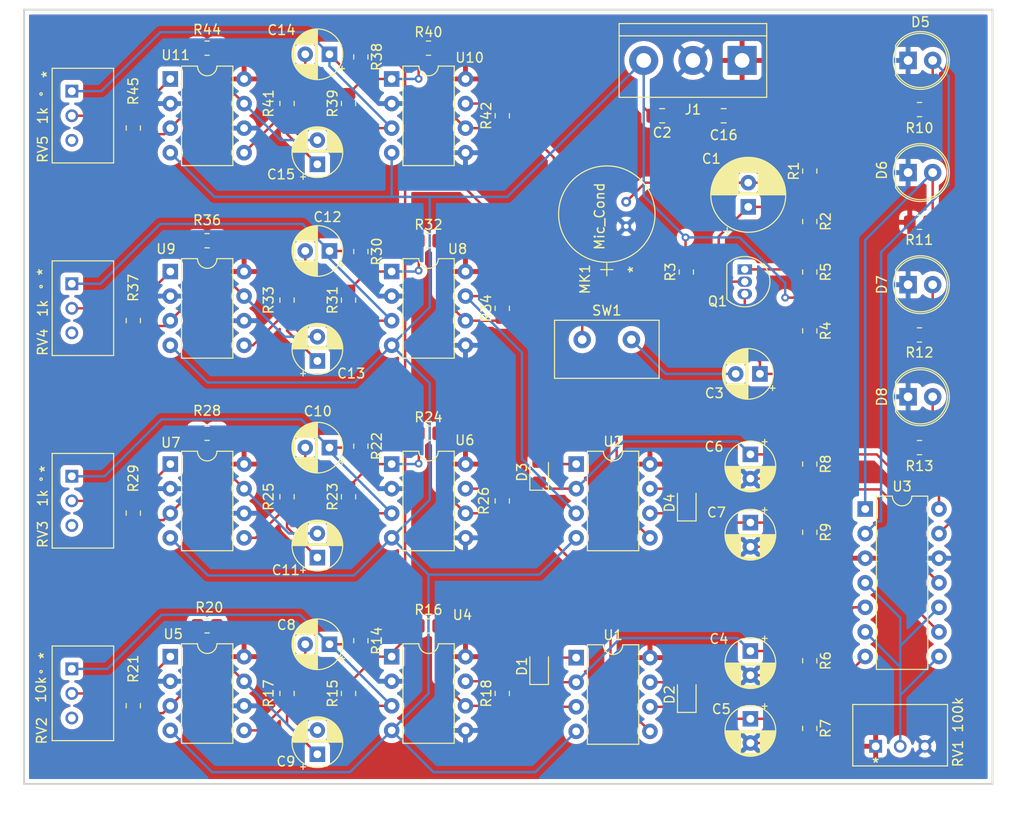
<source format=kicad_pcb>
(kicad_pcb (version 20211014) (generator pcbnew)
  (title_block (title "Accordeur") (date "2022-03-20") (rev "0") (company "Polytechnique Montréal"))
  (layers (0 "F.Cu" signal) (31 "B.Cu" signal) (34 "B.Paste" user) (35 "F.Paste" user) (36 "B.SilkS" user "B.Silkscreen") (37 "F.SilkS" user "F.Silkscreen") (38 "B.Mask" user) (39 "F.Mask" user) (44 "Edge.Cuts" user))
  (net 0 "")
  (net 1 "Net-(C1-Pad1)")
  (net 2 "Net-(C1-Pad2)")
  (net 3 "GND")
  (net 4 "Net-(C3-Pad1)")
  (net 5 "Net-(C3-Pad2)")
  (net 6 "Net-(C4-Pad1)")
  (net 7 "Net-(C5-Pad1)")
  (net 8 "Net-(C6-Pad1)")
  (net 9 "Net-(C7-Pad1)")
  (net 10 "Net-(C8-Pad1)")
  (net 11 "Net-(C8-Pad2)")
  (net 12 "Net-(C9-Pad1)")
  (net 13 "Net-(C9-Pad2)")
  (net 14 "Net-(C10-Pad1)")
  (net 15 "Net-(C10-Pad2)")
  (net 16 "Net-(C11-Pad1)")
  (net 17 "Net-(C11-Pad2)")
  (net 18 "Net-(C12-Pad1)")
  (net 19 "Net-(C12-Pad2)")
  (net 20 "Net-(C13-Pad1)")
  (net 21 "Net-(C13-Pad2)")
  (net 22 "Net-(C14-Pad1)")
  (net 23 "Net-(C14-Pad2)")
  (net 24 "Net-(C15-Pad1)")
  (net 25 "Net-(C15-Pad2)")
  (net 26 "Net-(D1-Pad2)")
  (net 27 "Net-(D2-Pad2)")
  (net 28 "Net-(D3-Pad2)")
  (net 29 "Net-(D4-Pad2)")
  (net 30 "+5V")
  (net 31 "-5V")
  (net 32 "Net-(D5-Pad2)")
  (net 33 "Net-(D6-Pad2)")
  (net 34 "Net-(D7-Pad2)")
  (net 35 "Net-(D8-Pad2)")
  (net 36 "/PB A3/v_sig")
  (net 37 "Net-(R16-Pad2)")
  (net 38 "/PB D3/v_PB_D3")
  (net 39 "Net-(R20-Pad2)")
  (net 40 "Net-(R21-Pad2)")
  (net 41 "Net-(R24-Pad2)")
  (net 42 "/PB A3/v_PB_A3")
  (net 43 "Net-(R28-Pad2)")
  (net 44 "Net-(R29-Pad2)")
  (net 45 "Net-(R32-Pad2)")
  (net 46 "/PB C4/v_PB_C4")
  (net 47 "Net-(R36-Pad2)")
  (net 48 "Net-(R37-Pad2)")
  (net 49 "Net-(R40-Pad2)")
  (net 50 "/PB Fd4/v_PB_Fd4")
  (net 51 "Net-(R44-Pad2)")
  (net 52 "Net-(R45-Pad2)")
  (net 53 "v_ref")
  (net 58 "Net-(Q1-Pad1)")
  (footprint "Capacitor_THT:CP_Radial_D7.5mm_P2.50mm" (layer "F.Cu") (at 144.78 70.376395 90)
    (fp_text reference "C1")
    (fp_text value "470u")
  )
  (footprint "Package_DIP:DIP-8_W7.62mm" (layer "F.Cu") (at 127.01 116.95)
    (fp_text reference "U1")
    (fp_text value "LM358")
  )
  (footprint "Resistor_SMD:R_0805_2012Metric_Pad1.20x1.40mm_HandSolder" (layer "F.Cu") (at 97.155 59.69 -90)
    (fp_text reference "R41")
    (fp_text value "1k")
  )
  (footprint "Resistor_SMD:R_0805_2012Metric_Pad1.20x1.40mm_HandSolder" (layer "F.Cu") (at 81.28 62.23 90)
    (fp_text reference "R45")
    (fp_text value "10k")
  )
  (footprint "Resistor_SMD:R_0805_2012Metric_Pad1.20x1.40mm_HandSolder" (layer "F.Cu") (at 97.155 120.65 -90)
    (fp_text reference "R17")
    (fp_text value "1k")
  )
  (footprint "Resistor_SMD:R_0805_2012Metric_Pad1.20x1.40mm_HandSolder" (layer "F.Cu") (at 88.9 73.871666 180)
    (fp_text reference "R36")
    (fp_text value "10k")
  )
  (footprint "Resistor_SMD:R_0805_2012Metric_Pad1.20x1.40mm_HandSolder" (layer "F.Cu") (at 119.38 100.753332 90)
    (fp_text reference "R26")
    (fp_text value "4,3k")
  )
  (footprint "Capacitor_SMD:C_0805_2012Metric_Pad1.18x1.45mm_HandSolder" (layer "F.Cu") (at 135.89 60.96)
    (fp_text reference "C2")
    (fp_text value "100n")
  )
  (footprint "Capacitor_THT:CP_Radial_D5.0mm_P2.50mm" (layer "F.Cu") (at 145 102.997 -90)
    (fp_text reference "C7")
    (fp_text value "4,7u")
  )
  (footprint "Capacitor_THT:CP_Radial_D5.0mm_P2.50mm" (layer "F.Cu") (at 100.285113 86.295111 90)
    (fp_text reference "C13")
    (fp_text value "1u")
  )
  (footprint "POT:POT_emz_marc" (layer "F.Cu") (at 74.93 98.213332 -90)
    (fp_text reference "RV3")
    (fp_text value "1k")
  )
  (footprint "Capacitor_THT:CP_Radial_D5.0mm_P2.50mm" (layer "F.Cu") (at 100.285113 126.935113 90)
    (fp_text reference "C9")
    (fp_text value "1u")
  )
  (footprint "Diode_SMD:D_0805_2012Metric_Pad1.15x1.40mm_HandSolder" (layer "F.Cu") (at 138.43 100.965 90)
    (fp_text reference "D4")
    (fp_text value "D")
  )
  (footprint "Package_DIP:DIP-8_W7.62mm" (layer "F.Cu") (at 85.1 77.056666)
    (fp_text reference "U9")
    (fp_text value "LM358")
  )
  (footprint "LED_THT:LED_D5.0mm" (layer "F.Cu") (at 161.285 90)
    (fp_text reference "D8")
    (fp_text value "LED")
  )
  (footprint "Resistor_SMD:R_0805_2012Metric_Pad1.20x1.40mm_HandSolder" (layer "F.Cu") (at 88.9 113.665 180)
    (fp_text reference "R20")
    (fp_text value "10k")
  )
  (footprint "Resistor_SMD:R_0805_2012Metric_Pad1.20x1.40mm_HandSolder" (layer "F.Cu") (at 97.155 100.33 -90)
    (fp_text reference "R25")
    (fp_text value "1k")
  )
  (footprint "POT:POT_emz_marc" (layer "F.Cu") (at 74.93 78.316666 -90)
    (fp_text reference "RV4")
    (fp_text value "1k")
  )
  (footprint "Package_DIP:DIP-8_W7.62mm" (layer "F.Cu") (at 107.96 57.16)
    (fp_text reference "U10")
    (fp_text value "LM358")
  )
  (footprint "POT:POT_emz_marc" (layer "F.Cu") (at 74.93 118.11 -90)
    (fp_text reference "RV2")
    (fp_text value "10k")
  )
  (footprint "Resistor_SMD:R_0805_2012Metric_Pad1.20x1.40mm_HandSolder" (layer "F.Cu") (at 151.13 96.949888 -90)
    (fp_text reference "R8")
    (fp_text value "10k")
  )
  (footprint "Resistor_SMD:R_0805_2012Metric_Pad1.20x1.40mm_HandSolder" (layer "F.Cu") (at 151.13 124.269888 -90)
    (fp_text reference "R7")
    (fp_text value "10k")
  )
  (footprint "Capacitor_THT:CP_Radial_D5.0mm_P2.50mm" (layer "F.Cu") (at 101.535113 95.249998 180)
    (fp_text reference "C10")
    (fp_text value "1u")
  )
  (footprint "Resistor_SMD:R_0805_2012Metric_Pad1.20x1.40mm_HandSolder" (layer "F.Cu") (at 111.76 73.871666)
    (fp_text reference "R32")
    (fp_text value "1k")
  )
  (footprint "Resistor_SMD:R_0805_2012Metric_Pad1.20x1.40mm_HandSolder" (layer "F.Cu") (at 97.155 80.01 -90)
    (fp_text reference "R33")
    (fp_text value "1k")
  )
  (footprint "POT:POT_emz_marc" (layer "F.Cu") (at 74.93 58.42 -90)
    (fp_text reference "RV5")
    (fp_text value "1k")
  )
  (footprint "Package_DIP:DIP-8_W7.62mm" (layer "F.Cu") (at 127.01 96.953332)
    (fp_text reference "U2")
    (fp_text value "LM358")
  )
  (footprint "Resistor_SMD:R_0805_2012Metric_Pad1.20x1.40mm_HandSolder" (layer "F.Cu") (at 151.13 77.105 -90)
    (fp_text reference "R5")
    (fp_text value "100")
  )
  (footprint "Resistor_SMD:R_0805_2012Metric_Pad1.20x1.40mm_HandSolder" (layer "F.Cu") (at 103.505 59.69 90)
    (fp_text reference "R39")
    (fp_text value "270k")
  )
  (footprint "Resistor_SMD:R_0805_2012Metric_Pad1.20x1.40mm_HandSolder" (layer "F.Cu") (at 151.13 83.185 -90)
    (fp_text reference "R4")
    (fp_text value "2,2k")
  )
  (footprint "Package_DIP:DIP-8_W7.62mm" (layer "F.Cu") (at 107.96 77.056666)
    (fp_text reference "U8")
    (fp_text value "LM358")
  )
  (footprint "Capacitor_THT:CP_Radial_D5.0mm_P2.50mm" (layer "F.Cu") (at 100.285113 106.61511 90)
    (fp_text reference "C11")
    (fp_text value "1u")
  )
  (footprint "Package_DIP:DIP-8_W7.62mm" (layer "F.Cu") (at 85.1 57.16)
    (fp_text reference "U11")
    (fp_text value "LM358")
  )
  (footprint "Resistor_SMD:R_0805_2012Metric_Pad1.20x1.40mm_HandSolder" (layer "F.Cu") (at 151.13 103.997 -90)
    (fp_text reference "R9")
    (fp_text value "10k")
  )
  (footprint "Resistor_SMD:R_0805_2012Metric_Pad1.20x1.40mm_HandSolder" (layer "F.Cu") (at 81.28 121.92 90)
    (fp_text reference "R21")
    (fp_text value "10k")
  )
  (footprint "Package_DIP:DIP-8_W7.62mm" (layer "F.Cu") (at 85.1 96.953332)
    (fp_text reference "U7")
    (fp_text value "LM358")
  )
  (footprint "Resistor_SMD:R_0805_2012Metric_Pad1.20x1.40mm_HandSolder" (layer "F.Cu") (at 81.28 82.126666 90)
    (fp_text reference "R37")
    (fp_text value "10k")
  )
  (footprint "Resistor_SMD:R_0805_2012Metric_Pad1.20x1.40mm_HandSolder" (layer "F.Cu") (at 111.76 53.975)
    (fp_text reference "R40")
    (fp_text value "1k")
  )
  (footprint "Capacitor_SMD:C_0805_2012Metric_Pad1.18x1.45mm_HandSolder" (layer "F.Cu") (at 142.24 60.96 180)
    (fp_text reference "C16")
    (fp_text value "100n")
  )
  (footprint "Resistor_SMD:R_0805_2012Metric_Pad1.20x1.40mm_HandSolder" (layer "F.Cu") (at 119.38 120.65 90)
    (fp_text reference "R18")
    (fp_text value "4,3k")
  )
  (footprint "SWITCH:A11AP" (layer "F.Cu") (at 130.175 85.09 180)
    (fp_text reference "SW1")
    (fp_text value "SW_SPST")
  )
  (footprint "Capacitor_THT:CP_Radial_D5.0mm_P2.50mm" (layer "F.Cu") (at 145 95.949888 -90)
    (fp_text reference "C6")
    (fp_text value "4,7u")
  )
  (footprint "Package_DIP:DIP-8_W7.62mm" (layer "F.Cu") (at 107.96 96.953332)
    (fp_text reference "U6")
    (fp_text value "LM358")
  )
  (footprint "Resistor_SMD:R_0805_2012Metric_Pad1.20x1.40mm_HandSolder" (layer "F.Cu") (at 111.76 113.665)
    (fp_text reference "R16")
    (fp_text value "1k")
  )
  (footprint "Resistor_SMD:R_0805_2012Metric_Pad1.20x1.40mm_HandSolder" (layer "F.Cu") (at 151.13 66.675 90)
    (fp_text reference "R1")
    (fp_text value "2,2k")
  )
  (footprint "Resistor_SMD:R_0805_2012Metric_Pad1.20x1.40mm_HandSolder" (layer "F.Cu") (at 111.76 93.768332)
    (fp_text reference "R24")
    (fp_text value "1k")
  )
  (footprint "LED_THT:LED_D5.0mm" (layer "F.Cu") (at 161.285 78.415)
    (fp_text reference "D7")
    (fp_text value "LED")
  )
  (footprint "Resistor_SMD:R_0805_2012Metric_Pad1.20x1.40mm_HandSolder" (layer "F.Cu") (at 162.46 60.325)
    (fp_text reference "R10")
    (fp_text value "220")
  )
  (footprint "Package_TO_SOT_THT:TO-92_Inline" (layer "F.Cu") (at 144.42 76.835 -90)
    (fp_text reference "Q1")
    (fp_text value "2N3904")
  )
  (footprint "Resistor_SMD:R_0805_2012Metric_Pad1.20x1.40mm_HandSolder" (layer "F.Cu") (at 162.46 71.966666)
    (fp_text reference "R11")
    (fp_text value "220")
  )
  (footprint "MIC:MIC_CMA-4544PF-W" (layer "F.Cu") (at 130.175 72.39 90)
    (fp_text reference "MK1")
    (fp_text value "Mic_Cond")
  )
  (footprint "Capacitor_THT:CP_Radial_D5.0mm_P2.50mm" (layer "F.Cu") (at 100.285113 65.975112 90)
    (fp_text reference "C15")
    (fp_text value "1u")
  )
  (footprint "Capacitor_THT:CP_Radial_D5.0mm_P2.50mm" (layer "F.Cu") (at 101.535113 115.569997 180)
    (fp_text reference "C8")
    (fp_text value "1u")
  )
  (footprint "Capacitor_THT:CP_Radial_D5.0mm_P2.50mm" (layer "F.Cu") (at 145.985113 87.63 180)
    (fp_text reference "C3")
    (fp_text value "47u")
  )
  (footprint "Resistor_SMD:R_0805_2012Metric_Pad1.20x1.40mm_HandSolder" (layer "F.Cu") (at 103.505 120.65 90)
    (fp_text reference "R15")
    (fp_text value "270k")
  )
  (footprint "Resistor_SMD:R_0805_2012Metric_Pad1.20x1.40mm_HandSolder" (layer "F.Cu") (at 103.505 100.33 90)
    (fp_text reference "R23")
    (fp_text value "270k")
  )
  (footprint "Resistor_SMD:R_0805_2012Metric_Pad1.20x1.40mm_HandSolder" (layer "F.Cu") (at 119.38 60.96 90)
    (fp_text reference "R42")
    (fp_text value "10k")
  )
  (footprint "Package_DIP:DIP-8_W7.62mm" (layer "F.Cu") (at 85.1 116.85)
    (fp_text reference "U5")
    (fp_text value "LM358")
  )
  (footprint "Resistor_SMD:R_0805_2012Metric_Pad1.20x1.40mm_HandSolder" (layer "F.Cu") (at 138.385 77.105 90)
    (fp_text reference "R3")
    (fp_text value "9,1k")
  )
  (footprint "Capacitor_THT:CP_Radial_D5.0mm_P2.50mm" (layer "F.Cu") (at 145 116.269888 -90)
    (fp_text reference "C4")
    (fp_text value "4,7u")
  )
  (footprint "Resistor_SMD:R_0805_2012Metric_Pad1.20x1.40mm_HandSolder" (layer "F.Cu") (at 151.13 117.269888 -90)
    (fp_text reference "R6")
    (fp_text value "10k")
  )
  (footprint "Diode_SMD:D_0805_2012Metric_Pad1.15x1.40mm_HandSolder" (layer "F.Cu") (at 138.43 120.75 90)
    (fp_text reference "D2")
    (fp_text value "D")
  )
  (footprint "Resistor_SMD:R_0805_2012Metric_Pad1.20x1.40mm_HandSolder" (layer "F.Cu") (at 104.775 74.991666 -90)
    (fp_text reference "R30")
    (fp_text value "1,22k")
  )
  (footprint "Resistor_SMD:R_0805_2012Metric_Pad1.20x1.40mm_HandSolder" (layer "F.Cu") (at 81.28 102.023332 90)
    (fp_text reference "R29")
    (fp_text value "10k")
  )
  (footprint "Resistor_SMD:R_0805_2012Metric_Pad1.20x1.40mm_HandSolder" (layer "F.Cu") (at 119.38 80.856666 90)
    (fp_text reference "R34")
    (fp_text value "8,2k")
  )
  (footprint "LED_THT:LED_D5.0mm" (layer "F.Cu") (at 161.285 55.245)
    (fp_text reference "D5")
    (fp_text value "LED")
  )
  (footprint "Resistor_SMD:R_0805_2012Metric_Pad1.20x1.40mm_HandSolder" (layer "F.Cu") (at 162.46 83.608332)
    (fp_text reference "R12")
    (fp_text value "220")
  )
  (footprint "Resistor_SMD:R_0805_2012Metric_Pad1.20x1.40mm_HandSolder" (layer "F.Cu") (at 103.505 80.01 90)
    (fp_text reference "R31")
    (fp_text value "270k")
  )
  (footprint "Package_DIP:DIP-14_W7.62mm" (layer "F.Cu") (at 156.855 101.595)
    (fp_text reference "U3")
    (fp_text value "LM339")
  )
  (footprint "Resistor_SMD:R_0805_2012Metric_Pad1.20x1.40mm_HandSolder" (layer "F.Cu") (at 162.46 95.25)
    (fp_text reference "R13")
    (fp_text value "220")
  )
  (footprint "Resistor_SMD:R_0805_2012Metric_Pad1.20x1.40mm_HandSolder" (layer "F.Cu") (at 88.9 93.768332 180)
    (fp_text reference "R28")
    (fp_text value "10k")
  )
  (footprint "Resistor_SMD:R_0805_2012Metric_Pad1.20x1.40mm_HandSolder" (layer "F.Cu") (at 104.775 115.205 -90)
    (fp_text reference "R14")
    (fp_text value "1,22k")
  )
  (footprint "Resistor_SMD:R_0805_2012Metric_Pad1.20x1.40mm_HandSolder" (layer "F.Cu") (at 88.9 53.975 180)
    (fp_text reference "R44")
    (fp_text value "10k")
  )
  (footprint "Resistor_SMD:R_0805_2012Metric_Pad1.20x1.40mm_HandSolder" (layer "F.Cu") (at 104.775 54.885 -90)
    (fp_text reference "R38")
    (fp_text value "1,22k")
  )
  (footprint "Resistor_SMD:R_0805_2012Metric_Pad1.20x1.40mm_HandSolder" (layer "F.Cu") (at 151.13 71.89 -90)
    (fp_text reference "R2")
    (fp_text value "1k")
  )
  (footprint "POT:POT_emz_marc" (layer "F.Cu") (at 157.9372 126.111)
    (fp_text reference "RV1")
    (fp_text value "100k")
  )
  (footprint "Capacitor_THT:CP_Radial_D5.0mm_P2.50mm" (layer "F.Cu") (at 101.535113 54.61 180)
    (fp_text reference "C14")
    (fp_text value "1u")
  )
  (footprint "LED_THT:LED_D5.0mm" (layer "F.Cu") (at 161.285 66.83)
    (fp_text reference "D6")
    (fp_text value "LED")
  )
  (footprint "Capacitor_THT:CP_Radial_D5.0mm_P2.50mm" (layer "F.Cu") (at 145 123.269888 -90)
    (fp_text reference "C5")
    (fp_text value "4,7u")
  )
  (footprint "Diode_SMD:D_0805_2012Metric_Pad1.15x1.40mm_HandSolder" (layer "F.Cu") (at 123.19 117.865 90)
    (fp_text reference "D1")
    (fp_text value "D")
  )
  (footprint "Package_DIP:DIP-8_W7.62mm" (layer "F.Cu") (at 107.96 116.85)
    (fp_text reference "U4")
    (fp_text value "LM358")
  )
  (footprint "Diode_SMD:D_0805_2012Metric_Pad1.15x1.40mm_HandSolder" (layer "F.Cu") (at 123.19 97.79 90)
    (fp_text reference "D3")
    (fp_text value "D")
  )
  (footprint "Resistor_SMD:R_0805_2012Metric_Pad1.20x1.40mm_HandSolder" (layer "F.Cu") (at 104.775 95.098332 -90)
    (fp_text reference "R22")
    (fp_text value "1,22k")
  )
  (footprint "Capacitor_THT:CP_Radial_D5.0mm_P2.50mm" (layer "F.Cu") (at 101.535113 74.929999 180)
    (fp_text reference "C12")
    (fp_text value "1u")
  )
  (footprint "TerminalBlock:TerminalBlock_bornier-3_P5.08mm" (layer "F.Cu") (at 144.145 55.245 180)
    (fp_text reference "J1")
    (fp_text value "Screw_Terminal_01x03")
  )
  (gr_line (start 70 50) (end 170 50) (layer "Edge.Cuts") (width 0.2))
  (gr_line (start 170 50) (end 170 130) (layer "Edge.Cuts") (width 0.2))
  (gr_line (start 70 130) (end 70 50) (layer "Edge.Cuts") (width 0.2))
  (gr_line (start 170 130) (end 70 130) (layer "Edge.Cuts") (width 0.2))
  (segment (start 141.732 73.424395) (end 141.732 78.105) (width 0.25) (layer "F.Cu") (net 1))
  (segment (start 151.13 72.89) (end 149.852 72.89) (width 0.25) (layer "F.Cu") (net 1))
  (segment (start 144.78 70.376395) (end 141.732 73.424395) (width 0.25) (layer "F.Cu") (net 1))
  (segment (start 138.385 78.105) (end 141.732 78.105) (width 0.25) (layer "F.Cu") (net 1))
  (segment (start 149.852 72.89) (end 147.338395 70.376395) (width 0.25) (layer "F.Cu") (net 1))
  (segment (start 141.732 78.105) (end 144.42 78.105) (width 0.25) (layer "F.Cu") (net 1))
  (segment (start 147.338395 70.376395) (end 144.78 70.376395) (width 0.25) (layer "F.Cu") (net 1))
  (segment (start 134.148605 67.876395) (end 132.175 69.85) (width 0.25) (layer "F.Cu") (net 2))
  (segment (start 151.13 65.675) (end 149.59 65.675) (width 0.25) (layer "F.Cu") (net 2))
  (segment (start 149.59 65.675) (end 147.388605 67.876395) (width 0.25) (layer "F.Cu") (net 2))
  (segment (start 144.78 67.876395) (end 134.148605 67.876395) (width 0.25) (layer "F.Cu") (net 2))
  (segment (start 147.388605 67.876395) (end 144.78 67.876395) (width 0.25) (layer "F.Cu") (net 2))
  (segment (start 144.78 98.449888) (end 150.63 98.449888) (width 0.25) (layer "F.Cu") (net 3))
  (segment (start 145 118.769888) (end 150.63 118.769888) (width 0.25) (layer "F.Cu") (net 3))
  (segment (start 136.9275 60.96) (end 141.2025 60.96) (width 0.25) (layer "F.Cu") (net 3))
  (segment (start 150.63 98.449888) (end 151.13 97.949888) (width 0.25) (layer "F.Cu") (net 3))
  (segment (start 150.63 118.769888) (end 151.13 118.269888) (width 0.25) (layer "F.Cu") (net 3))
  (segment (start 141.2025 60.96) (end 141.2025 57.3825) (width 0.25) (layer "F.Cu") (net 3))
  (segment (start 145 125.769888) (end 150.63 125.769888) (width 0.25) (layer "F.Cu") (net 3))
  (segment (start 144.78 105.497) (end 150.63 105.497) (width 0.25) (layer "F.Cu") (net 3))
  (segment (start 141.2025 57.3825) (end 139.065 55.245) (width 0.25) (layer "F.Cu") (net 3))
  (segment (start 150.63 105.497) (end 151.13 104.997) (width 0.25) (layer "F.Cu") (net 3))
  (segment (start 150.63 125.769888) (end 151.13 125.269888) (width 0.25) (layer "F.Cu") (net 3))
  (segment (start 144.42 79.375) (end 144.42 84.857) (width 0.25) (layer "F.Cu") (net 4))
  (segment (start 145.985113 86.422113) (end 145.985113 87.63) (width 0.25) (layer "F.Cu") (net 4))
  (segment (start 151.13 84.185) (end 147.685 87.63) (width 0.25) (layer "F.Cu") (net 4))
  (segment (start 147.685 87.63) (end 145.985113 87.63) (width 0.25) (layer "F.Cu") (net 4))
  (segment (start 144.42 84.857) (end 145.985113 86.422113) (width 0.25) (layer "F.Cu") (net 4))
  (segment (start 143.485113 87.63) (end 136.255 87.63) (width 0.25) (layer "B.Cu") (net 5))
  (segment (start 136.255 87.63) (end 132.715 84.09) (width 0.25) (layer "B.Cu") (net 5))
  (segment (start 151.13 116.269888) (end 155.644888 111.755) (width 0.25) (layer "F.Cu") (net 6))
  (segment (start 155.644888 111.755) (end 156.855 111.755) (width 0.25) (layer "F.Cu") (net 6))
  (segment (start 123.79 119.49) (end 127.01 119.49) (width 0.25) (layer "F.Cu") (net 6))
  (segment (start 123.19 118.89) (end 123.79 119.49) (width 0.25) (layer "F.Cu") (net 6))
  (segment (start 145 116.269888) (end 151.13 116.269888) (width 0.25) (layer "F.Cu") (net 6))
  (segment (start 143.665112 114.935) (end 131.565 114.935) (width 0.25) (layer "B.Cu") (net 6))
  (segment (start 145 116.269888) (end 143.665112 114.935) (width 0.25) (layer "B.Cu") (net 6))
  (segment (start 131.565 114.935) (end 127.01 119.49) (width 0.25) (layer "B.Cu") (net 6))
  (segment (start 138.43 121.775) (end 139.924888 123.269888) (width 0.25) (layer "F.Cu") (net 7))
  (segment (start 134.63 122.03) (end 138.175 122.03) (width 0.25) (layer "F.Cu") (net 7))
  (segment (start 145 123.269888) (end 151.13 123.269888) (width 0.25) (layer "F.Cu") (net 7))
  (segment (start 151.13 122.56) (end 156.855 116.835) (width 0.25) (layer "F.Cu") (net 7))
  (segment (start 151.13 123.269888) (end 151.13 122.56) (width 0.25) (layer "F.Cu") (net 7))
  (segment (start 139.924888 123.269888) (end 145 123.269888) (width 0.25) (layer "F.Cu") (net 7))
  (segment (start 138.175 122.03) (end 138.43 121.775) (width 0.25) (layer "F.Cu") (net 7))
  (segment (start 151.13 95.949888) (end 158.052888 95.949888) (width 0.25) (layer "F.Cu") (net 8))
  (segment (start 144.78 95.949888) (end 151.13 95.949888) (width 0.25) (layer "F.Cu") (net 8))
  (segment (start 161.925 106.665) (end 164.475 109.215) (width 0.25) (layer "F.Cu") (net 8))
  (segment (start 161.925 99.822) (end 161.925 106.665) (width 0.25) (layer "F.Cu") (net 8))
  (segment (start 123.868332 99.493332) (end 127.01 99.493332) (width 0.25) (layer "F.Cu") (net 8))
  (segment (start 158.052888 95.949888) (end 161.925 99.822) (width 0.25) (layer "F.Cu") (net 8))
  (segment (start 123.19 98.815) (end 123.868332 99.493332) (width 0.25) (layer "F.Cu") (net 8))
  (segment (start 131.888332 94.615) (end 127.01 99.493332) (width 0.25) (layer "B.Cu") (net 8))
  (segment (start 143.665112 94.615) (end 131.888332 94.615) (width 0.25) (layer "B.Cu") (net 8))
  (segment (start 145 95.949888) (end 143.665112 94.615) (width 0.25) (layer "B.Cu") (net 8))
  (segment (start 144.78 102.997) (end 151.13 102.997) (width 0.25) (layer "F.Cu") (net 9))
  (segment (start 138.386668 102.033332) (end 138.43 101.99) (width 0.25) (layer "F.Cu") (net 9))
  (segment (start 151.13 101.981) (end 153.543 99.568) (width 0.25) (layer "F.Cu") (net 9))
  (segment (start 158.369 99.568) (end 160.02 101.219) (width 0.25) (layer "F.Cu") (net 9))
  (segment (start 160.02 109.84) (end 164.475 114.295) (width 0.25) (layer "F.Cu") (net 9))
  (segment (start 134.63 102.033332) (end 138.386668 102.033332) (width 0.25) (layer "F.Cu") (net 9))
  (segment (start 138.43 101.99) (end 139.437 102.997) (width 0.25) (layer "F.Cu") (net 9))
  (segment (start 153.543 99.568) (end 158.369 99.568) (width 0.25) (layer "F.Cu") (net 9))
  (segment (start 139.437 102.997) (end 144.78 102.997) (width 0.25) (layer "F.Cu") (net 9))
  (segment (start 160.02 101.219) (end 160.02 109.84) (width 0.25) (layer "F.Cu") (net 9))
  (segment (start 151.13 102.997) (end 151.13 101.981) (width 0.25) (layer "F.Cu") (net 9))
  (segment (start 103.505 121.65) (end 103.785 121.93) (width 0.25) (layer "F.Cu") (net 10))
  (segment (start 101.535113 115.569997) (end 104.139997 115.569997) (width 0.25) (layer "F.Cu") (net 10))
  (segment (start 104.139997 115.569997) (end 104.775 116.205) (width 0.25) (layer "F.Cu") (net 10))
  (segment (start 103.785 121.93) (end 107.96 121.93) (width 0.25) (layer "F.Cu") (net 10))
  (segment (start 78.613 118.11) (end 74.93 118.11) (width 0.25) (layer "B.Cu") (net 10))
  (segment (start 98.487116 112.522) (end 84.201 112.522) (width 0.25) (layer "B.Cu") (net 10))
  (segment (start 101.599997 115.569997) (end 107.96 121.93) (width 0.25) (layer "B.Cu") (net 10))
  (segment (start 101.535113 115.569997) (end 101.599997 115.569997) (width 0.25) (layer "B.Cu") (net 10))
  (segment (start 84.201 112.522) (end 78.613 118.11) (width 0.25) (layer "B.Cu") (net 10))
  (segment (start 101.535113 115.569997) (end 98.487116 112.522) (width 0.25) (layer "B.Cu") (net 10))
  (segment (start 106.305 116.85) (end 107.96 116.85) (width 0.25) (layer "F.Cu") (net 11))
  (segment (start 103.505 119.65) (end 100.915226 119.65) (width 0.25) (layer "F.Cu") (net 11))
  (segment (start 100.915226 119.65) (end 99.035113 117.769887) (width 0.25) (layer "F.Cu") (net 11))
  (segment (start 107.96 116.85) (end 107.96 116.465) (width 0.25) (layer "F.Cu") (net 11))
  (segment (start 103.505 119.65) (end 106.305 116.85) (width 0.25) (layer "F.Cu") (net 11))
  (segment (start 99.035113 115.569997) (end 99.035113 117.769887) (width 0.25) (layer "F.Cu") (net 11))
  (segment (start 107.96 116.465) (end 110.76 113.665) (width 0.25) (layer "F.Cu") (net 11))
  (segment (start 99.035113 117.769887) (end 97.155 119.65) (width 0.25) (layer "F.Cu") (net 11))
  (segment (start 97.155 121.65) (end 97.155 123.805) (width 0.25) (layer "F.Cu") (net 12))
  (segment (start 94.335 124.47) (end 97.155 121.65) (width 0.25) (layer "F.Cu") (net 12))
  (segment (start 97.155 123.805) (end 100.285113 126.935113) (width 0.25) (layer "F.Cu") (net 12))
  (segment (start 92.72 124.47) (end 94.335 124.47) (width 0.25) (layer "F.Cu") (net 12))
  (segment (start 89.9 113.665) (end 89.9 116.57) (width 0.25) (layer "F.Cu") (net 13))
  (segment (start 89.9 116.57) (end 92.72 119.39) (width 0.25) (layer "F.Cu") (net 13))
  (segment (start 97.765113 124.435113) (end 92.72 119.39) (width 0.25) (layer "B.Cu") (net 13))
  (segment (start 100.285113 124.435113) (end 97.765113 124.435113) (width 0.25) (layer "B.Cu") (net 13))
  (segment (start 103.505 101.33) (end 104.208332 102.033332) (width 0.25) (layer "F.Cu") (net 14))
  (segment (start 104.208332 102.033332) (end 107.96 102.033332) (width 0.25) (layer "F.Cu") (net 14))
  (segment (start 101.535113 95.249998) (end 103.926666 95.249998) (width 0.25) (layer "F.Cu") (net 14))
  (segment (start 103.926666 95.249998) (end 104.775 96.098332) (width 0.25) (layer "F.Cu") (net 14))
  (segment (start 101.535113 95.608445) (end 107.96 102.033332) (width 0.25) (layer "B.Cu") (net 14))
  (segment (start 101.535113 95.249998) (end 98.614115 92.329) (width 0.25) (layer "B.Cu") (net 14))
  (segment (start 98.614115 92.329) (end 84.201 92.329) (width 0.25) (layer "B.Cu") (net 14))
  (segment (start 84.201 92.329) (end 78.316668 98.213332) (width 0.25) (layer "B.Cu") (net 14))
  (segment (start 78.316668 98.213332) (end 74.93 98.213332) (width 0.25) (layer "B.Cu") (net 14))
  (segment (start 101.535113 95.249998) (end 101.535113 95.608445) (width 0.25) (layer "B.Cu") (net 14))
  (segment (start 99.035113 95.249998) (end 99.035113 97.449887) (width 0.25) (layer "F.Cu") (net 15))
  (segment (start 100.915226 99.33) (end 99.035113 97.449887) (width 0.25) (layer "F.Cu") (net 15))
  (segment (start 103.505 99.33) (end 105.881668 96.953332) (width 0.25) (layer "F.Cu") (net 15))
  (segment (start 103.505 99.33) (end 100.915226 99.33) (width 0.25) (layer "F.Cu") (net 15))
  (segment (start 110.76 93.768332) (end 110.76 96.885) (width 0.25) (layer "F.Cu") (net 15))
  (segment (start 99.035113 97.449887) (end 97.155 99.33) (width 0.25) (layer "F.Cu") (net 15))
  (segment (start 105.881668 96.953332) (end 107.96 96.953332) (width 0.25) (layer "F.Cu") (net 15))
  (segment (start 110.76 96.885) (end 110.744 96.901) (width 0.25) (layer "F.Cu") (net 15))
  (via (at 110.744 96.901) (size 0.8) (drill 0.4) (layers "F.Cu" "B.Cu") (net 15))
  (segment (start 110.691668 96.953332) (end 107.96 96.953332) (width 0.25) (layer "B.Cu") (net 15))
  (segment (start 110.744 96.901) (end 110.691668 96.953332) (width 0.25) (layer "B.Cu") (net 15))
  (segment (start 97.155 101.33) (end 97.155 103.484997) (width 0.25) (layer "F.Cu") (net 16))
  (segment (start 97.155 103.484997) (end 100.285113 106.61511) (width 0.25) (layer "F.Cu") (net 16))
  (segment (start 97.155 101.33) (end 93.911668 104.573332) (width 0.25) (layer "F.Cu") (net 16))
  (segment (start 93.911668 104.573332) (end 92.72 104.573332) (width 0.25) (layer "F.Cu") (net 16))
  (segment (start 89.9 96.673332) (end 92.72 99.493332) (width 0.25) (layer "F.Cu") (net 17))
  (segment (start 89.9 93.768332) (end 89.9 96.673332) (width 0.25) (layer "F.Cu") (net 17))
  (segment (start 100.285113 104.11511) (end 97.341778 104.11511) (width 0.25) (layer "B.Cu") (net 17))
  (segment (start 97.341778 104.11511) (end 92.72 99.493332) (width 0.25) (layer "B.Cu") (net 17))
  (segment (start 103.505 81.01) (end 104.631666 82.136666) (width 0.25) (layer "F.Cu") (net 18))
  (segment (start 103.713333 74.929999) (end 104.775 75.991666) (width 0.25) (layer "F.Cu") (net 18))
  (segment (start 101.535113 74.929999) (end 103.713333 74.929999) (width 0.25) (layer "F.Cu") (net 18))
  (segment (start 104.631666 82.136666) (end 107.96 82.136666) (width 0.25) (layer "F.Cu") (net 18))
  (segment (start 101.535113 75.711779) (end 107.96 82.136666) (width 0.25) (layer "B.Cu") (net 18))
  (segment (start 101.535113 74.929999) (end 101.535113 75.711779) (width 0.25) (layer "B.Cu") (net 18))
  (segment (start 98.741114 72.136) (end 84.074 72.136) (width 0.25) (layer "B.Cu") (net 18))
  (segment (start 101.535113 74.929999) (end 98.741114 72.136) (width 0.25) (layer "B.Cu") (net 18))
  (segment (start 84.074 72.136) (end 77.893334 78.316666) (width 0.25) (layer "B.Cu") (net 18))
  (segment (start 77.893334 78.316666) (end 74.93 78.316666) (width 0.25) (layer "B.Cu") (net 18))
  (segment (start 100.915226 79.01) (end 99.035113 77.129887) (width 0.25) (layer "F.Cu") (net 19))
  (segment (start 105.458334 77.056666) (end 107.96 77.056666) (width 0.25) (layer "F.Cu") (net 19))
  (segment (start 110.76 76.946) (end 110.744 76.962) (width 0.25) (layer "F.Cu") (net 19))
  (segment (start 99.035113 74.929999) (end 99.035113 77.129887) (width 0.25) (layer "F.Cu") (net 19))
  (segment (start 103.505 79.01) (end 100.915226 79.01) (width 0.25) (layer "F.Cu") (net 19))
  (segment (start 110.76 73.871666) (end 110.76 76.946) (width 0.25) (layer "F.Cu") (net 19))
  (segment (start 99.035113 77.129887) (end 97.155 79.01) (width 0.25) (layer "F.Cu") (net 19))
  (segment (start 103.505 79.01) (end 105.458334 77.056666) (width 0.25) (layer "F.Cu") (net 19))
  (via (at 110.744 76.962) (size 0.8) (drill 0.4) (layers "F.Cu" "B.Cu") (net 19))
  (segment (start 110.744 76.962) (end 110.649334 77.056666) (width 0.25) (layer "B.Cu") (net 19))
  (segment (start 110.649334 77.056666) (end 107.96 77.056666) (width 0.25) (layer "B.Cu") (net 19))
  (segment (start 93.631334 84.676666) (end 92.72 84.676666) (width 0.25) (layer "F.Cu") (net 20))
  (segment (start 97.155 81.01) (end 97.155 83.164998) (width 0.25) (layer "F.Cu") (net 20))
  (segment (start 97.155 81.153) (end 93.631334 84.676666) (width 0.25) (layer "F.Cu") (net 20))
  (segment (start 97.155 83.164998) (end 100.285113 86.295111) (width 0.25) (layer "F.Cu") (net 20))
  (segment (start 97.155 81.01) (end 97.155 81.153) (width 0.25) (layer "F.Cu") (net 20))
  (segment (start 89.9 76.776666) (end 92.72 79.596666) (width 0.25) (layer "F.Cu") (net 21))
  (segment (start 89.9 73.871666) (end 89.9 76.776666) (width 0.25) (layer "F.Cu") (net 21))
  (segment (start 96.918445 83.795111) (end 92.72 79.596666) (width 0.25) (layer "B.Cu") (net 21))
  (segment (start 100.285113 83.795111) (end 96.918445 83.795111) (width 0.25) (layer "B.Cu") (net 21))
  (segment (start 101.535113 54.61) (end 102.810113 55.885) (width 0.25) (layer "F.Cu") (net 22))
  (segment (start 102.810113 55.885) (end 104.775 55.885) (width 0.25) (layer "F.Cu") (net 22))
  (segment (start 105.055 62.24) (end 107.96 62.24) (width 0.25) (layer "F.Cu") (net 22))
  (segment (start 103.505 60.69) (end 105.055 62.24) (width 0.25) (layer "F.Cu") (net 22))
  (segment (start 101.535113 54.61) (end 101.535113 55.815113) (width 0.25) (layer "B.Cu") (net 22))
  (segment (start 101.535113 54.61) (end 99.249113 52.324) (width 0.25) (layer "B.Cu") (net 22))
  (segment (start 84.074 52.324) (end 77.978 58.42) (width 0.25) (layer "B.Cu") (net 22))
  (segment (start 101.535113 55.815113) (end 107.96 62.24) (width 0.25) (layer "B.Cu") (net 22))
  (segment (start 99.249113 52.324) (end 84.074 52.324) (width 0.25) (layer "B.Cu") (net 22))
  (segment (start 77.978 58.42) (end 74.93 58.42) (width 0.25) (layer "B.Cu") (net 22))
  (segment (start 103.505 58.69) (end 105.035 57.16) (width 0.25) (layer "F.Cu") (net 23))
  (segment (start 99.035113 56.809887) (end 97.155 58.69) (width 0.25) (layer "F.Cu") (net 23))
  (segment (start 110.76 53.975) (end 110.744 53.991) (width 0.25) (layer "F.Cu") (net 23))
  (segment (start 105.035 57.16) (end 107.96 57.16) (width 0.25) (layer "F.Cu") (net 23))
  (segment (start 100.981 58.69) (end 99.035113 56.744113) (width 0.25) (layer "F.Cu") (net 23))
  (segment (start 103.505 58.69) (end 100.981 58.69) (width 0.25) (layer "F.Cu") (net 23))
  (segment (start 99.035113 54.61) (end 99.035113 56.809887) (width 0.25) (layer "F.Cu") (net 23))
  (segment (start 99.035113 56.744113) (end 99.035113 54.61) (width 0.25) (layer "F.Cu") (net 23))
  (segment (start 110.744 53.991) (end 110.744 57.15) (width 0.25) (layer "F.Cu") (net 23))
  (via (at 110.744 57.15) (size 0.8) (drill 0.4) (layers "F.Cu" "B.Cu") (net 23))
  (segment (start 110.744 57.15) (end 110.734 57.16) (width 0.25) (layer "B.Cu") (net 23))
  (segment (start 110.734 57.16) (end 107.96 57.16) (width 0.25) (layer "B.Cu") (net 23))
  (segment (start 97.155 62.844999) (end 100.285113 65.975112) (width 0.25) (layer "F.Cu") (net 24))
  (segment (start 97.155 60.69) (end 97.155 62.844999) (width 0.25) (layer "F.Cu") (net 24))
  (segment (start 96.81 60.69) (end 92.72 64.78) (width 0.25) (layer "F.Cu") (net 24))
  (segment (start 97.155 60.69) (end 96.81 60.69) (width 0.25) (layer "F.Cu") (net 24))
  (segment (start 89.9 53.975) (end 89.9 56.88) (width 0.25) (layer "F.Cu") (net 25))
  (segment (start 89.9 56.88) (end 92.72 59.7) (width 0.25) (layer "F.Cu") (net 25))
  (segment (start 96.495112 63.475112) (end 92.72 59.7) (width 0.25) (layer "B.Cu") (net 25))
  (segment (start 100.285113 63.475112) (end 96.495112 63.475112) (width 0.25) (layer "B.Cu") (net 25))
  (segment (start 123.3 116.95) (end 127.01 116.95) (width 0.25) (layer "F.Cu") (net 26))
  (segment (start 123.19 116.84) (end 123.3 116.95) (width 0.25) (layer "F.Cu") (net 26))
  (segment (start 138.195 119.49) (end 138.43 119.725) (width 0.25) (layer "F.Cu") (net 27))
  (segment (start 134.63 119.49) (end 138.195 119.49) (width 0.25) (layer "F.Cu") (net 27))
  (segment (start 123.378332 96.953332) (end 127.01 96.953332) (width 0.25) (layer "F.Cu") (net 28))
  (segment (start 123.19 96.765) (end 123.378332 96.953332) (width 0.25) (layer "F.Cu") (net 28))
  (segment (start 134.63 99.493332) (end 137.983332 99.493332) (width 0.25) (layer "F.Cu") (net 29))
  (segment (start 137.983332 99.493332) (end 138.43 99.94) (width 0.25) (layer "F.Cu") (net 29))
  (segment (start 149.479 79.756) (end 148.59 79.756) (width 0.25) (layer "F.Cu") (net 31))
  (segment (start 138.303 76.023) (end 138.385 76.105) (width 0.25) (layer "F.Cu") (net 31))
  (segment (start 151.13 78.105) (end 149.479 79.756) (width 0.25) (layer "F.Cu") (net 31))
  (segment (start 133.985 60.0925) (end 134.8525 60.96) (width 0.25) (layer "F.Cu") (net 31))
  (segment (start 133.985 55.245) (end 133.985 60.0925) (width 0.25) (layer "F.Cu") (net 31))
  (segment (start 138.303 73.533) (end 138.303 76.023) (width 0.25) (layer "F.Cu") (net 31))
  (via (at 148.59 79.756) (size 0.8) (drill 0.4) (layers "F.Cu" "B.Cu") (net 31))
  (via (at 138.303 73.533) (size 0.8) (drill 0.4) (layers "F.Cu" "B.Cu") (net 31))
  (segment (start 89.408 128.778) (end 85.1 124.47) (width 0.25) (layer "B.Cu") (net 31))
  (segment (start 119.888 69.342) (end 111.887 69.342) (width 0.25) (layer "B.Cu") (net 31))
  (segment (start 104.117666 88.519) (end 88.942334 88.519) (width 0.25) (layer "B.Cu") (net 31))
  (segment (start 107.96 69.332) (end 107.95 69.342) (width 0.25) (layer "B.Cu") (net 31))
  (segment (start 89.662 69.342) (end 85.1 64.78) (width 0.25) (layer "B.Cu") (net 31))
  (segment (start 103.652 128.778) (end 89.408 128.778) (width 0.25) (layer "B.Cu") (net 31))
  (segment (start 122.802 128.778) (end 112.268 128.778) (width 0.25) (layer "B.Cu") (net 31))
  (segment (start 133.985 55.245) (end 133.985 69.215) (width 0.25) (layer "B.Cu") (net 31))
  (segment (start 107.96 84.676666) (end 111.887 88.603666) (width 0.25) (layer "B.Cu") (net 31))
  (segment (start 112.268 128.778) (end 107.96 124.47) (width 0.25) (layer "B.Cu") (net 31))
  (segment (start 107.95 69.342) (end 89.662 69.342) (width 0.25) (layer "B.Cu") (net 31))
  (segment (start 111.887 100.646332) (end 107.96 104.573332) (width 0.25) (layer "B.Cu") (net 31))
  (segment (start 107.96 64.78) (end 107.96 69.332) (width 0.25) (layer "B.Cu") (net 31))
  (segment (start 88.984668 108.458) (end 85.1 104.573332) (width 0.25) (layer "B.Cu") (net 31))
  (segment (start 111.887 69.342) (end 111.887 80.749666) (width 0.25) (layer "B.Cu") (net 31))
  (segment (start 127.01 124.57) (end 122.802 128.778) (width 0.25) (layer "B.Cu") (net 31))
  (segment (start 133.985 69.215) (end 138.303 73.533) (width 0.25) (layer "B.Cu") (net 31))
  (segment (start 123.21 108.373332) (end 111.76 108.373332) (width 0.25) (layer "B.Cu") (net 31))
  (segment (start 104.075332 108.458) (end 88.984668 108.458) (width 0.25) (layer "B.Cu") (net 31))
  (segment (start 148.59 78.232) (end 143.891 73.533) (width 0.25) (layer "B.Cu") (net 31))
  (segment (start 107.96 84.676666) (end 104.117666 88.519) (width 0.25) (layer "B.Cu") (net 31))
  (segment (start 143.891 73.533) (end 138.303 73.533) (width 0.25) (layer "B.Cu") (net 31))
  (segment (start 133.985 55.245) (end 119.888 69.342) (width 0.25) (layer "B.Cu") (net 31))
  (segment (start 111.887 88.603666) (end 111.887 100.646332) (width 0.25) (layer "B.Cu") (net 31))
  (segment (start 148.59 79.756) (end 148.59 78.232) (width 0.25) (layer "B.Cu") (net 31))
  (segment (start 111.76 120.67) (end 107.96 124.47) (width 0.25) (layer "B.Cu") (net 31))
  (segment (start 111.887 69.342) (end 107.95 69.342) (width 0.25) (layer "B.Cu") (net 31))
  (segment (start 107.96 104.573332) (end 111.76 108.373332) (width 0.25) (layer "B.Cu") (net 31))
  (segment (start 107.96 104.573332) (end 104.075332 108.458) (width 0.25) (layer "B.Cu") (net 31))
  (segment (start 88.942334 88.519) (end 85.1 84.676666) (width 0.25) (layer "B.Cu") (net 31))
  (segment (start 127.01 104.573332) (end 123.21 108.373332) (width 0.25) (layer "B.Cu") (net 31))
  (segment (start 111.76 108.373332) (end 111.76 120.67) (width 0.25) (layer "B.Cu") (net 31))
  (segment (start 107.96 124.47) (end 103.652 128.778) (width 0.25) (layer "B.Cu") (net 31))
  (segment (start 111.887 80.749666) (end 107.96 84.676666) (width 0.25) (layer "B.Cu") (net 31))
  (segment (start 163.825 59.96) (end 163.46 60.325) (width 0.25) (layer "F.Cu") (net 32))
  (segment (start 163.825 55.245) (end 163.825 59.96) (width 0.25) (layer "F.Cu") (net 32))
  (segment (start 165.481 68.072) (end 158.496 75.057) (width 0.25) (layer "B.Cu") (net 32))
  (segment (start 158.496 75.057) (end 158.496 102.87) (width 0.25) (layer "B.Cu") (net 32))
  (segment (start 158.496 102.87) (end 158.12 102.87) (width 0.25) (layer "B.Cu") (net 32))
  (segment (start 163.825 55.245) (end 165.481 56.901) (width 0.25) (layer "B.Cu") (net 32))
  (segment (start 165.481 56.901) (end 165.481 68.072) (width 0.25) (layer "B.Cu") (net 32))
  (segment (start 158.12 102.87) (end 156.855 104.135) (width 0.25) (layer "B.Cu") (net 32))
  (segment (start 163.825 66.83) (end 163.825 71.601666) (width 0.25) (layer "F.Cu") (net 33))
  (segment (start 163.825 71.601666) (end 163.46 71.966666) (width 0.25) (layer "F.Cu") (net 33))
  (segment (start 163.825 66.83) (end 156.855 73.8) (width 0.25) (layer "B.Cu") (net 33))
  (segment (start 156.855 73.8) (end 156.855 101.595) (width 0.25) (layer "B.Cu") (net 33))
  (segment (start 164.475 104.135) (end 166.624 101.986) (width 0.25) (layer "F.Cu") (net 34))
  (segment (start 163.825 83.243332) (end 163.46 83.608332) (width 0.25) (layer "F.Cu") (net 34))
  (segment (start 166.624 86.772332) (end 163.46 83.608332) (width 0.25) (layer "F.Cu") (net 34))
  (segment (start 166.624 101.986) (end 166.624 86.772332) (width 0.25) (layer "F.Cu") (net 34))
  (segment (start 163.825 78.415) (end 163.825 83.243332) (width 0.25) (layer "F.Cu") (net 34))
  (segment (start 163.825 90) (end 163.825 94.885) (width 0.25) (layer "F.Cu") (net 35))
  (segment (start 163.825 94.885) (end 163.46 95.25) (width 0.25) (layer "F.Cu") (net 35))
  (segment (start 164.475 101.595) (end 164.475 96.265) (width 0.25) (layer "F.Cu") (net 35))
  (segment (start 164.475 96.265) (end 163.46 95.25) (width 0.25) (layer "F.Cu") (net 35))
  (segment (start 109.338332 94.098332) (end 104.775 94.098332) (width 0.25) (layer "F.Cu") (net 36))
  (segment (start 109.347 94.107) (end 109.338332 94.098332) (width 0.25) (layer "F.Cu") (net 36))
  (segment (start 109.347 109.633) (end 109.347 96.266) (width 0.25) (layer "F.Cu") (net 36))
  (segment (start 109.347 96.266) (end 109.347 76.194644) (width 0.25) (layer "F.Cu") (net 36))
  (segment (start 115.316 68.199) (end 109.347 68.199) (width 0.25) (layer "F.Cu") (net 36))
  (segment (start 127.635 84.09) (end 127.635 80.518) (width 0.25) (layer "F.Cu") (net 36))
  (segment (start 109.347 76.194644) (end 109.347 74.041) (width 0.25) (layer "F.Cu") (net 36))
  (segment (start 106.934022 53.885) (end 104.775 53.885) (width 0.25) (layer "F.Cu") (net 36))
  (segment (start 127.635 80.518) (end 115.316 68.199) (width 0.25) (layer "F.Cu") (net 36))
  (segment (start 104.775 114.205) (end 109.347 109.633) (width 0.25) (layer "F.Cu") (net 36))
  (segment (start 109.347 74.041) (end 109.297666 73.991666) (width 0.25) (layer "F.Cu") (net 36))
  (segment (start 109.347 76.194644) (end 109.347 68.199) (width 0.25) (layer "F.Cu") (net 36))
  (segment (start 109.297666 73.991666) (end 104.775 73.991666) (width 0.25) (layer "F.Cu") (net 36))
  (segment (start 109.347 56.297978) (end 106.934022 53.885) (width 0.25) (layer "F.Cu") (net 36))
  (segment (start 109.347 68.199) (end 109.347 56.297978) (width 0.25) (layer "F.Cu") (net 36))
  (segment (start 119.1 121.93) (end 119.38 121.65) (width 0.25) (layer "F.Cu") (net 37))
  (segment (start 112.76 119.11) (end 115.58 121.93) (width 0.25) (layer "F.Cu") (net 37))
  (segment (start 115.58 121.93) (end 119.1 121.93) (width 0.25) (layer "F.Cu") (net 37))
  (segment (start 112.76 113.665) (end 112.76 119.11) (width 0.25) (layer "F.Cu") (net 37))
  (segment (start 121.76 122.03) (end 127.01 122.03) (width 0.25) (layer "F.Cu") (net 38))
  (segment (start 119.12 119.39) (end 119.38 119.65) (width 0.25) (layer "F.Cu") (net 38))
  (segment (start 119.38 119.65) (end 121.76 122.03) (width 0.25) (layer "F.Cu") (net 38))
  (segment (start 115.58 119.39) (end 119.12 119.39) (width 0.25) (layer "F.Cu") (net 38))
  (segment (start 85.1 121.93) (end 84.348 122.682) (width 0.25) (layer "F.Cu") (net 39))
  (segment (start 84.348 122.682) (end 81.518 122.682) (width 0.25) (layer "F.Cu") (net 39))
  (segment (start 87.9 119.13) (end 85.1 121.93) (width 0.25) (layer "F.Cu") (net 39))
  (segment (start 87.9 113.665) (end 87.9 119.13) (width 0.25) (layer "F.Cu") (net 39))
  (segment (start 81.518 122.682) (end 81.28 122.92) (width 0.25) (layer "F.Cu") (net 39))
  (segment (start 81.01 120.65) (end 81.28 120.92) (width 0.25) (layer "F.Cu") (net 40))
  (segment (start 81.28 120.67) (end 85.1 116.85) (width 0.25) (layer "F.Cu") (net 40))
  (segment (start 81.28 120.92) (end 81.28 120.67) (width 0.25) (layer "F.Cu") (net 40))
  (segment (start 74.93 120.65) (end 81.01 120.65) (width 0.25) (layer "F.Cu") (net 40))
  (segment (start 119.1 102.033332) (end 115.58 102.033332) (width 0.25) (layer "F.Cu") (net 41))
  (segment (start 119.38 101.753332) (end 119.1 102.033332) (width 0.25) (layer "F.Cu") (net 41))
  (segment (start 112.76 99.213332) (end 115.58 102.033332) (width 0.25) (layer "F.Cu") (net 41))
  (segment (start 112.76 93.768332) (end 112.76 99.213332) (width 0.25) (layer "F.Cu") (net 41))
  (segment (start 130.556 120.496) (end 134.63 124.57) (width 0.25) (layer "F.Cu") (net 42))
  (segment (start 130.556 110.929332) (end 130.556 120.496) (width 0.25) (layer "F.Cu") (net 42))
  (segment (start 119.38 99.753332) (end 119.12 99.493332) (width 0.25) (layer "F.Cu") (net 42))
  (segment (start 119.12 99.493332) (end 115.58 99.493332) (width 0.25) (layer "F.Cu") (net 42))
  (segment (start 119.38 99.753332) (end 130.556 110.929332) (width 0.25) (layer "F.Cu") (net 42))
  (segment (start 87.9 93.768332) (end 87.9 99.233332) (width 0.25) (layer "F.Cu") (net 43))
  (segment (start 81.28 103.023332) (end 81.560332 102.743) (width 0.25) (layer "F.Cu") (net 43))
  (segment (start 84.390332 102.743) (end 85.1 102.033332) (width 0.25) (layer "F.Cu") (net 43))
  (segment (start 81.560332 102.743) (end 84.390332 102.743) (width 0.25) (layer "F.Cu") (net 43))
  (segment (start 87.9 99.233332) (end 85.1 102.033332) (width 0.25) (layer "F.Cu") (net 43))
  (segment (start 81.01 100.753332) (end 81.28 101.023332) (width 0.25) (layer "F.Cu") (net 44))
  (segment (start 74.93 100.753332) (end 81.01 100.753332) (width 0.25) (layer "F.Cu") (net 44))
  (segment (start 81.28 101.023332) (end 81.28 100.773332) (width 0.25) (layer "F.Cu") (net 44))
  (segment (start 81.28 100.773332) (end 85.1 96.953332) (width 0.25) (layer "F.Cu") (net 44))
  (segment (start 115.58 82.136666) (end 119.1 82.136666) (width 0.25) (layer "F.Cu") (net 45))
  (segment (start 112.76 79.316666) (end 115.58 82.136666) (width 0.25) (layer "F.Cu") (net 45))
  (segment (start 119.1 82.136666) (end 119.38 81.856666) (width 0.25) (layer "F.Cu") (net 45))
  (segment (start 112.76 73.871666) (end 112.76 79.316666) (width 0.25) (layer "F.Cu") (net 45))
  (segment (start 119.12 79.596666) (end 115.58 79.596666) (width 0.25) (layer "F.Cu") (net 46))
  (segment (start 119.38 79.856666) (end 119.12 79.596666) (width 0.25) (layer "F.Cu") (net 46))
  (segment (start 121.412 85.428666) (end 115.58 79.596666) (width 0.25) (layer "B.Cu") (net 46))
  (segment (start 121.412 96.435332) (end 121.412 85.428666) (width 0.25) (layer "B.Cu") (net 46))
  (segment (start 127.01 102.033332) (end 121.412 96.435332) (width 0.25) (layer "B.Cu") (net 46))
  (segment (start 84.559666 82.677) (end 85.1 82.136666) (width 0.25) (layer "F.Cu") (net 47))
  (segment (start 81.28 83.126666) (end 81.729666 82.677) (width 0.25) (layer "F.Cu") (net 47))
  (segment (start 87.9 79.336666) (end 85.1 82.136666) (width 0.25) (layer "F.Cu") (net 47))
  (segment (start 87.9 73.871666) (end 87.9 79.336666) (width 0.25) (layer "F.Cu") (net 47))
  (segment (start 81.729666 82.677) (end 84.559666 82.677) (width 0.25) (layer "F.Cu") (net 47))
  (segment (start 74.93 80.856666) (end 81.01 80.856666) (width 0.25) (layer "F.Cu") (net 48))
  (segment (start 81.28 81.126666) (end 81.28 80.876666) (width 0.25) (layer "F.Cu") (net 48))
  (segment (start 81.28 80.876666) (end 85.1 77.056666) (width 0.25) (layer "F.Cu") (net 48))
  (segment (start 81.01 80.856666) (end 81.28 81.126666) (width 0.25) (layer "F.Cu") (net 48))
  (segment (start 112.76 53.975) (end 112.76 59.42) (width 0.25) (layer "F.Cu") (net 49))
  (segment (start 112.76 59.42) (end 115.58 62.24) (width 0.25) (layer "F.Cu") (net 49))
  (segment (start 115.58 62.24) (end 119.1 62.24) (width 0.25) (layer "F.Cu") (net 49))
  (segment (start 119.1 62.24) (end 119.38 61.96) (width 0.25) (layer "F.Cu") (net 49))
  (segment (start 131.191 101.134332) (end 131.191 76.335) (width 0.25) (layer "F.Cu") (net 50))
  (segment (start 124.714 69.858) (end 124.714 65.294) (width 0.25) (layer "F.Cu") (net 50))
  (segment (start 134.63 104.573332) (end 131.191 101.134332) (width 0.25) (layer "F.Cu") (net 50))
  (segment (start 124.714 65.294) (end 119.38 59.96) (width 0.25) (layer "F.Cu") (net 50))
  (segment (start 119.12 59.7) (end 115.58 59.7) (width 0.25) (layer "F.Cu") (net 50))
  (segment (start 131.191 76.335) (end 124.714 69.858) (width 0.25) (layer "F.Cu") (net 50))
  (segment (start 119.38 59.96) (end 119.12 59.7) (width 0.25) (layer "F.Cu") (net 50))
  (segment (start 84.475 62.865) (end 85.1 62.24) (width 0.25) (layer "F.Cu") (net 51))
  (segment (start 81.28 63.23) (end 81.645 62.865) (width 0.25) (layer "F.Cu") (net 51))
  (segment (start 81.645 62.865) (end 84.475 62.865) (width 0.25) (layer "F.Cu") (net 51))
  (segment (start 87.9 53.975) (end 87.9 59.44) (width 0.25) (layer "F.Cu") (net 51))
  (segment (start 87.9 59.44) (end 85.1 62.24) (width 0.25) (layer "F.Cu") (net 51))
  (segment (start 81.01 60.96) (end 81.28 61.23) (width 0.25) (layer "F.Cu") (net 52))
  (segment (start 81.28 60.98) (end 85.1 57.16) (width 0.25) (layer "F.Cu") (net 52))
  (segment (start 81.28 61.23) (end 81.28 60.98) (width 0.25) (layer "F.Cu") (net 52))
  (segment (start 74.93 60.96) (end 81.01 60.96) (width 0.25) (layer "F.Cu") (net 52))
  (segment (start 160.4772 120.8328) (end 164.475 116.835) (width 0.25) (layer "B.Cu") (net 53))
  (segment (start 160.4772 126.111) (end 160.4772 120.8328) (width 0.25) (layer "B.Cu") (net 53))
  (segment (start 160.4772 120.8328) (end 160.4772 117.9172) (width 0.25) (layer "B.Cu") (net 53))
  (segment (start 160.4772 117.9172) (end 160.4772 115.7528) (width 0.25) (layer "B.Cu") (net 53))
  (segment (start 160.4772 117.9172) (end 156.855 114.295) (width 0.25) (layer "B.Cu") (net 53))
  (segment (start 160.4772 115.7528) (end 164.475 111.755) (width 0.25) (layer "B.Cu") (net 53))
  (segment (start 160.4772 112.8372) (end 156.855 109.215) (width 0.25) (layer "B.Cu") (net 53))
  (segment (start 160.4772 115.7528) (end 160.4772 112.8372) (width 0.25) (layer "B.Cu") (net 53))
  (segment (start 150.4 76.835) (end 144.42 76.835) (width 0.25) (layer "F.Cu") (net 58))
  (segment (start 151.13 76.105) (end 150.4 76.835) (width 0.25) (layer "F.Cu") (net 58))
  (zone (net 30) (net_name "+5V") (layer "F.Cu") (connect_pads (clearance 0.508)) (min_thickness 0.254) (fill yes (thermal_gap 0.508) (thermal_bridge_width 0.508))
    (polygon (pts (xy 171 131) (xy 69 131) (xy 69 49) (xy 171 49)))
  )
  (zone (net 3) (net_name "GND") (layer "B.Cu") (connect_pads (clearance 0.508)) (min_thickness 0.254) (fill yes (thermal_gap 0.508) (thermal_bridge_width 0.508))
    (polygon (pts (xy 171 131) (xy 69 131) (xy 69 49) (xy 171 49)))
  )
)
</source>
